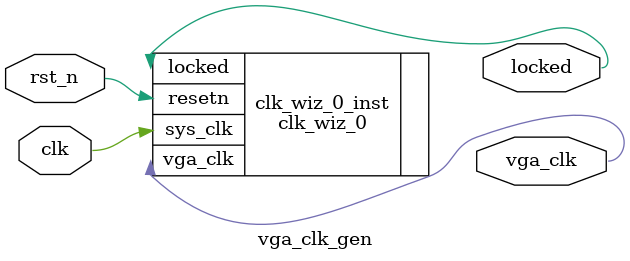
<source format=v>
module vga_clk_gen (
    input  clk,
    input  rst_n,
    output vga_clk,
    output locked 
);
    clk_wiz_0  clk_wiz_0_inst (
    .vga_clk(vga_clk),
    .resetn(rst_n),
    .locked(locked),
    .sys_clk(clk)
  );
endmodule

</source>
